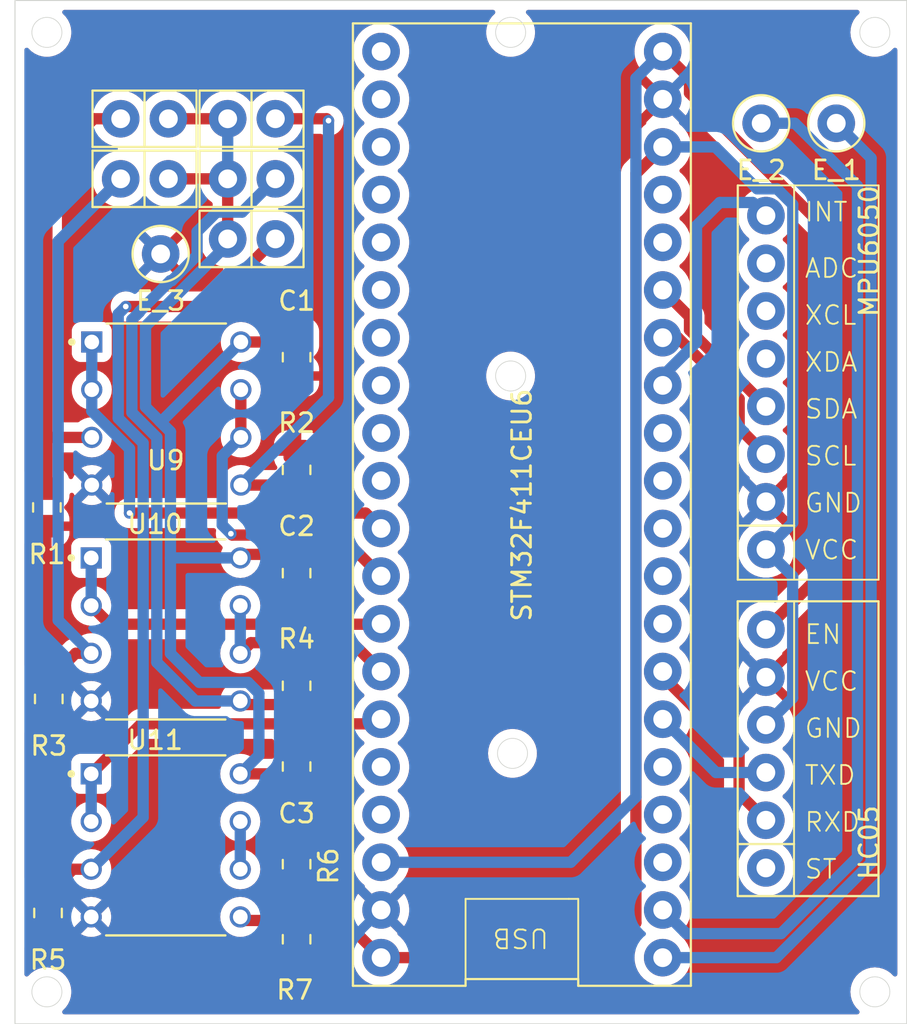
<source format=kicad_pcb>
(kicad_pcb (version 20240108) (generator "pcbnew") (generator_version "8.0")
  (layers (0 "F.Cu" signal "Front") (1 "In1.Cu" signal) (2 "In2.Cu" signal) (31 "B.Cu" signal "Back") (34 "B.Paste" user) (35 "F.Paste" user) (36 "B.SilkS" user "B.Silkscreen") (37 "F.SilkS" user "F.Silkscreen") (38 "B.Mask" user) (39 "F.Mask" user) (44 "Edge.Cuts" user))
  (net 0 "")
  (net 1 "5V")
  (net 2 "GND")
  (net 3 "ELECTRODE_1")
  (net 4 "ELECTRODE_2")
  (net 5 "FLEX1")
  (net 6 "FLEX2")
  (net 7 "FLEX3")
  (net 8 "FLEX4")
  (net 9 "FLEX5")
  (net 10 "UART_RX")
  (net 11 "3V3")
  (net 13 "UART_TX")
  (net 15 "IMU_INT")
  (net 16 "IMU_SDA")
  (net 17 "IMU_SCL")
  (net 20 "Net-(U11-2IN+)")
  (net 23 "ADC1_IN7")
  (net 29 "ADC1_IN8")
  (net 42 "ADC1_IN6")
  (net 43 "ADC1_IN5")
  (net 45 "ADC1_IN9")
  (net 48 "Net-(U11-2IN-)")
  (footprint "LM358PE3:DIP794W45P254L959H508Q8" (layer "F.Cu") (at 133.53 80)
    (property "Reference" "U11" (at -0.565 -5.607 0) (layer "F.SilkS"))
    (property "Value" "LM358PE3")
    (fp_line (start -3.175 -4.795) (end 3.175 -4.795) (stroke (width 0.127)) (layer "F.SilkS"))
    (fp_line (start -3.175 4.795) (end 3.175 4.795) (stroke (width 0.127)) (layer "F.SilkS"))
    (fp_circle (center -5.035 -3.81) (end -4.935 -3.81) (stroke (width 0.2)) (fill none) (layer "F.SilkS"))
    (pad "1" thru_hole rect (at -3.97 -3.81) (size 1.13 1.13) (drill 0.78) (layers "*.Cu" "*.Mask") (net 45 "ADC1_IN9"))
    (pad "2" thru_hole circle (at -3.97 -1.27) (size 1.13 1.13) (drill 0.78) (layers "*.Cu" "*.Mask") (net 45 "ADC1_IN9"))
    (pad "3" thru_hole circle (at -3.97 1.27) (size 1.13 1.13) (drill 0.78) (layers "*.Cu" "*.Mask") (net 9 "FLEX5"))
    (pad "4" thru_hole circle (at -3.97 3.81) (size 1.13 1.13) (drill 0.78) (layers "*.Cu" "*.Mask") (net 2 "GND"))
    (pad "5" thru_hole circle (at 3.97 3.81) (size 1.13 1.13) (drill 0.78) (layers "*.Cu" "*.Mask") (net 20 "Net-(U11-2IN+)"))
    (pad "6" thru_hole circle (at 3.97 1.27) (size 1.13 1.13) (drill 0.78) (layers "*.Cu" "*.Mask") (net 48 "Net-(U11-2IN-)"))
    (pad "7" thru_hole circle (at 3.97 -1.27) (size 1.13 1.13) (drill 0.78) (layers "*.Cu" "*.Mask") (net 48 "Net-(U11-2IN-)"))
    (pad "8" thru_hole circle (at 3.97 -3.81) (size 1.13 1.13) (drill 0.78) (layers "*.Cu" "*.Mask") (net 1 "5V"))
  )
  (footprint "TestPoint:TestPoint_Loop_D2.50mm_Drill1.0mm" (layer "F.Cu") (at 165.245 41.54)
    (property "Reference" "E_2" (at 0 2.5 0) (layer "F.SilkS"))
    (property "Value" "~")
    (fp_circle (center 0 0) (end 1.5 0) (stroke (width 0.12)) (fill none) (layer "F.SilkS"))
    (pad "1" thru_hole circle (at 0 0) (size 2 2) (drill 1) (layers "*.Cu" "*.Mask") (net 4 "ELECTRODE_2"))
  )
  (footprint "Resistor_SMD:R_0805_2012Metric_Pad1.20x1.40mm_HandSolder" (layer "F.Cu") (at 127.2 62 -90)
    (property "Reference" "R1" (at 2.5 0 180) (layer "F.SilkS"))
    (property "Value" "47k")
    (fp_line (start -0.227064 0.735) (end 0.227064 0.735) (stroke (width 0.12)) (layer "F.SilkS"))
    (fp_line (start -0.227064 -0.735) (end 0.227064 -0.735) (stroke (width 0.12)) (layer "F.SilkS"))
    (pad "1" smd roundrect (at -1 0 270) (size 1.2 1.4) (layers "F.Cu" "F.Paste" "F.Mask") (roundrect_rratio 0.208333) (net 5 "FLEX1"))
    (pad "2" smd roundrect (at 1 0 270) (size 1.2 1.4) (layers "F.Cu" "F.Paste" "F.Mask") (roundrect_rratio 0.208333) (net 2 "GND"))
  )
  (footprint "Resistor_SMD:R_0805_2012Metric_Pad1.20x1.40mm_HandSolder" (layer "F.Cu") (at 127.26 83.6 -90)
    (property "Reference" "R5" (at 2.5 0 180) (layer "F.SilkS"))
    (property "Value" "10k")
    (fp_line (start -0.227064 0.735) (end 0.227064 0.735) (stroke (width 0.12)) (layer "F.SilkS"))
    (fp_line (start -0.227064 -0.735) (end 0.227064 -0.735) (stroke (width 0.12)) (layer "F.SilkS"))
    (pad "1" smd roundrect (at -1 0 270) (size 1.2 1.4) (layers "F.Cu" "F.Paste" "F.Mask") (roundrect_rratio 0.208333) (net 9 "FLEX5"))
    (pad "2" smd roundrect (at 1 0 270) (size 1.2 1.4) (layers "F.Cu" "F.Paste" "F.Mask") (roundrect_rratio 0.208333) (net 2 "GND"))
  )
  (footprint "Resistor_SMD:R_0805_2012Metric_Pad1.20x1.40mm_HandSolder" (layer "F.Cu") (at 140.5 71.5 90)
    (property "Reference" "R4" (at 2.5 0 180) (layer "F.SilkS"))
    (property "Value" "10k")
    (fp_line (start -0.227064 -0.735) (end 0.227064 -0.735) (stroke (width 0.12)) (layer "F.SilkS"))
    (fp_line (start -0.227064 0.735) (end 0.227064 0.735) (stroke (width 0.12)) (layer "F.SilkS"))
    (pad "1" smd roundrect (at -1 0 90) (size 1.2 1.4) (layers "F.Cu" "F.Paste" "F.Mask") (roundrect_rratio 0.208333) (net 8 "FLEX4"))
    (pad "2" smd roundrect (at 1 0 90) (size 1.2 1.4) (layers "F.Cu" "F.Paste" "F.Mask") (roundrect_rratio 0.208333) (net 2 "GND"))
  )
  (footprint "Resistor_SMD:R_0805_2012Metric_Pad1.20x1.40mm_HandSolder" (layer "F.Cu") (at 140.5 65.5 -90)
    (property "Reference" "C2" (at -2.5 0 180) (layer "F.SilkS"))
    (property "Value" "C")
    (fp_line (start -0.227064 0.735) (end 0.227064 0.735) (stroke (width 0.12)) (layer "F.SilkS"))
    (fp_line (start -0.227064 -0.735) (end 0.227064 -0.735) (stroke (width 0.12)) (layer "F.SilkS"))
    (pad "1" smd roundrect (at -1 0 270) (size 1.2 1.4) (layers "F.Cu" "F.Paste" "F.Mask") (roundrect_rratio 0.208333) (net 1 "5V"))
    (pad "2" smd roundrect (at 1 0 270) (size 1.2 1.4) (layers "F.Cu" "F.Paste" "F.Mask") (roundrect_rratio 0.208333) (net 2 "GND"))
  )
  (footprint "GLove_Footprint_Library:HC-05" (layer "F.Cu") (at 165.495 74.85 90)
    (property "Reference" "HC05" (at -5 5.5 90) (layer "F.SilkS"))
    (property "Value" "~")
    (fp_line (start 7.85 -1.5) (end 7.85 6) (stroke (width 0.12)) (layer "F.SilkS"))
    (fp_line (start -5.08 -1.5) (end -5.08 1.5) (stroke (width 0.12)) (layer "F.SilkS"))
    (fp_line (start -7.85 -1.5) (end 7.85 -1.5) (stroke (width 0.12)) (layer "F.SilkS"))
    (fp_line (start -5.08 1.5) (end -7.807507 1.5) (stroke (width 0.1)) (layer "F.SilkS"))
    (fp_line (start -7.807507 1.5) (end 7.858546 1.50615) (stroke (width 0.1)) (layer "F.SilkS"))
    (fp_line (start 7.85 6) (end -7.85 6) (stroke (width 0.12)) (layer "F.SilkS"))
    (fp_line (start -7.85 6) (end -7.85 -1.5) (stroke (width 0.12)) (layer "F.SilkS"))
    (fp_text user "ST" (at -7 2 0) (layer "F.SilkS") (effects (font (thickness 0.1)) (justify left bottom)))
    (fp_text user "VCC" (at 3 2 0) (layer "F.SilkS") (effects (font (thickness 0.1)) (justify left bottom)))
    (fp_text user "RXD" (at -4.5 2 0) (layer "F.SilkS") (effects (font (thickness 0.1)) (justify left bottom)))
    (fp_text user "TXD" (at -2 2 0) (layer "F.SilkS") (effects (font (thickness 0.1)) (justify left bottom)))
    (fp_text user "GND" (at 0.5 2 0) (layer "F.SilkS") (effects (font (thickness 0.1)) (justify left bottom)))
    (fp_text user "EN" (at 5.5 2 0) (layer "F.SilkS") (effects (font (thickness 0.1)) (justify left bottom)))
    (pad "1" thru_hole circle (at -6.35 0 90) (size 2 2) (drill 1) (layers "*.Cu" "*.Mask"))
    (pad "2" thru_hole circle (at -3.81 0 90) (size 2 2) (drill 1) (layers "*.Cu" "*.Mask") (net 10 "UART_RX"))
    (pad "3" thru_hole circle (at -1.27 0 90) (size 2 2) (drill 1) (layers "*.Cu" "*.Mask") (net 13 "UART_TX"))
    (pad "4" thru_hole circle (at 1.27 0 90) (size 2 2) (drill 1) (layers "*.Cu" "*.Mask") (net 1 "5V"))
    (pad "5" thru_hole circle (at 3.81 0 90) (size 2 2) (drill 1) (layers "*.Cu" "*.Mask") (net 2 "GND"))
    (pad "6" thru_hole circle (at 6.35 0 90) (size 2 2) (drill 1) (layers "*.Cu" "*.Mask") (net 11 "3V3"))
  )
  (footprint "TestPoint:TestPoint_Loop_D2.50mm_Drill1.0mm" (layer "F.Cu") (at 133.26 48.5)
    (property "Reference" "E_3" (at 0 2.5 0) (layer "F.SilkS"))
    (property "Value" "~")
    (fp_circle (center 0 0) (end 1.5 0) (stroke (width 0.12)) (fill none) (layer "F.SilkS"))
    (pad "1" thru_hole circle (at 0 0) (size 2 2) (drill 1) (layers "*.Cu" "*.Mask") (net 2 "GND"))
  )
  (footprint "Resistor_SMD:R_0805_2012Metric_Pad1.20x1.40mm_HandSolder" (layer "F.Cu") (at 127.3 72.2 -90)
    (property "Reference" "R3" (at 2.5 0 180) (layer "F.SilkS"))
    (property "Value" "10k")
    (fp_line (start -0.227064 0.735) (end 0.227064 0.735) (stroke (width 0.12)) (layer "F.SilkS"))
    (fp_line (start -0.227064 -0.735) (end 0.227064 -0.735) (stroke (width 0.12)) (layer "F.SilkS"))
    (pad "1" smd roundrect (at -1 0 270) (size 1.2 1.4) (layers "F.Cu" "F.Paste" "F.Mask") (roundrect_rratio 0.208333) (net 7 "FLEX3"))
    (pad "2" smd roundrect (at 1 0 270) (size 1.2 1.4) (layers "F.Cu" "F.Paste" "F.Mask") (roundrect_rratio 0.208333) (net 2 "GND"))
  )
  (footprint "Resistor_SMD:R_0805_2012Metric_Pad1.20x1.40mm_HandSolder" (layer "F.Cu") (at 140.5 81 -90)
    (property "Reference" "R6" (at 0.1 -1.7 -90) (layer "F.SilkS"))
    (property "Value" "10k")
    (fp_line (start -0.227064 0.735) (end 0.227064 0.735) (stroke (width 0.12)) (layer "F.SilkS"))
    (fp_line (start -0.227064 -0.735) (end 0.227064 -0.735) (stroke (width 0.12)) (layer "F.SilkS"))
    (pad "1" smd roundrect (at -1 0 270) (size 1.2 1.4) (layers "F.Cu" "F.Paste" "F.Mask") (roundrect_rratio 0.208333) (net 1 "5V"))
    (pad "2" smd roundrect (at 1 0 270) (size 1.2 1.4) (layers "F.Cu" "F.Paste" "F.Mask") (roundrect_rratio 0.208333) (net 20 "Net-(U11-2IN+)"))
  )
  (footprint "GLove_Footprint_Library:FLEX" (layer "F.Cu") (at 132.4 44.5 180)
    (property "Reference" "FLEX3" (hide yes))
    (property "Value" "~")
    (fp_line (start 2.77 1.5) (end -2.77 1.5) (stroke (width 0.12)) (layer "F.SilkS"))
    (fp_line (start 2.77 -1.5) (end 2.77 1.5) (stroke (width 0.12)) (layer "F.SilkS"))
    (fp_line (start 0 -1.5) (end 0 1.5) (stroke (width 0.12)) (layer "F.SilkS"))
    (fp_line (start -2.77 1.5) (end -2.77 -1.5) (stroke (width 0.12)) (layer "F.SilkS"))
    (fp_line (start -2.77 -1.5) (end 2.77 -1.5) (stroke (width 0.12)) (layer "F.SilkS"))
    (pad "1" thru_hole circle (at -1.27 0 180) (size 2 2) (drill 1) (layers "*.Cu" "*.Mask") (net 1 "5V"))
    (pad "2" thru_hole circle (at 1.27 0 180) (size 2 2) (drill 1) (layers "*.Cu" "*.Mask") (net 7 "FLEX3"))
  )
  (footprint "Resistor_SMD:R_0805_2012Metric_Pad1.20x1.40mm_HandSolder" (layer "F.Cu") (at 140.5 60 90)
    (property "Reference" "R2" (at 2.5 0 0) (layer "F.SilkS"))
    (property "Value" "10k")
    (fp_line (start -0.227064 -0.735) (end 0.227064 -0.735) (stroke (width 0.12)) (layer "F.SilkS"))
    (fp_line (start -0.227064 0.735) (end 0.227064 0.735) (stroke (width 0.12)) (layer "F.SilkS"))
    (pad "1" smd roundrect (at -1 0 90) (size 1.2 1.4) (layers "F.Cu" "F.Paste" "F.Mask") (roundrect_rratio 0.208333) (net 6 "FLEX2"))
    (pad "2" smd roundrect (at 1 0 90) (size 1.2 1.4) (layers "F.Cu" "F.Paste" "F.Mask") (roundrect_rratio 0.208333) (net 2 "GND"))
  )
  (footprint "Resistor_SMD:R_0805_2012Metric_Pad1.20x1.40mm_HandSolder" (layer "F.Cu") (at 140.5 54 -90)
    (property "Reference" "C1" (at -3 0 180) (layer "F.SilkS"))
    (property "Value" "C")
    (fp_line (start -0.227064 0.735) (end 0.227064 0.735) (stroke (width 0.12)) (layer "F.SilkS"))
    (fp_line (start -0.227064 -0.735) (end 0.227064 -0.735) (stroke (width 0.12)) (layer "F.SilkS"))
    (pad "1" smd roundrect (at -1 0 270) (size 1.2 1.4) (layers "F.Cu" "F.Paste" "F.Mask") (roundrect_rratio 0.208333) (net 1 "5V"))
    (pad "2" smd roundrect (at 1 0 270) (size 1.2 1.4) (layers "F.Cu" "F.Paste" "F.Mask") (roundrect_rratio 0.208333) (net 2 "GND"))
  )
  (footprint "LM358PE3:DIP794W45P254L959H508Q8" (layer "F.Cu") (at 133.53 68.5)
    (property "Reference" "U10" (at -0.565 -5.607 0) (layer "F.SilkS"))
    (property "Value" "LM358PE3")
    (fp_line (start -3.175 -4.795) (end 3.175 -4.795) (stroke (width 0.127)) (layer "F.SilkS"))
    (fp_line (start -3.175 4.795) (end 3.175 4.795) (stroke (width 0.127)) (layer "F.SilkS"))
    (fp_circle (center -5.035 -3.81) (end -4.935 -3.81) (stroke (width 0.2)) (fill none) (layer "F.SilkS"))
    (pad "1" thru_hole rect (at -3.97 -3.81) (size 1.13 1.13) (drill 0.78) (layers "*.Cu" "*.Mask") (net 23 "ADC1_IN7"))
    (pad "2" thru_hole circle (at -3.97 -1.27) (size 1.13 1.13) (drill 0.78) (layers "*.Cu" "*.Mask") (net 23 "ADC1_IN7"))
    (pad "3" thru_hole circle (at -3.97 1.27) (size 1.13 1.13) (drill 0.78) (layers "*.Cu" "*.Mask") (net 7 "FLEX3"))
    (pad "4" thru_hole circle (at -3.97 3.81) (size 1.13 1.13) (drill 0.78) (layers "*.Cu" "*.Mask") (net 2 "GND"))
    (pad "5" thru_hole circle (at 3.97 3.81) (size 1.13 1.13) (drill 0.78) (layers "*.Cu" "*.Mask") (net 8 "FLEX4"))
    (pad "6" thru_hole circle (at 3.97 1.27) (size 1.13 1.13) (drill 0.78) (layers "*.Cu" "*.Mask") (net 29 "ADC1_IN8"))
    (pad "7" thru_hole circle (at 3.97 -1.27) (size 1.13 1.13) (drill 0.78) (layers "*.Cu" "*.Mask") (net 29 "ADC1_IN8"))
    (pad "8" thru_hole circle (at 3.97 -3.81) (size 1.13 1.13) (drill 0.78) (layers "*.Cu" "*.Mask") (net 1 "5V"))
  )
  (footprint "GLove_Footprint_Library:FLEX" (layer "F.Cu") (at 138.1 47.7)
    (property "Reference" "FLEX5" (hide yes))
    (property "Value" "~")
    (fp_line (start -2.77 -1.5) (end 2.77 -1.5) (stroke (width 0.12)) (layer "F.SilkS"))
    (fp_line (start -2.77 1.5) (end -2.77 -1.5) (stroke (width 0.12)) (layer "F.SilkS"))
    (fp_line (start 0 -1.5) (end 0 1.5) (stroke (width 0.12)) (layer "F.SilkS"))
    (fp_line (start 2.77 -1.5) (end 2.77 1.5) (stroke (width 0.12)) (layer "F.SilkS"))
    (fp_line (start 2.77 1.5) (end -2.77 1.5) (stroke (width 0.12)) (layer "F.SilkS"))
    (pad "1" thru_hole circle (at -1.27 0) (size 2 2) (drill 1) (layers "*.Cu" "*.Mask") (net 1 "5V"))
    (pad "2" thru_hole circle (at 1.27 0) (size 2 2) (drill 1) (layers "*.Cu" "*.Mask") (net 9 "FLEX5"))
  )
  (footprint "GLove_Footprint_Library:FLEX" (layer "F.Cu") (at 132.4 41.3 180)
    (property "Reference" "." (hide yes))
    (property "Value" "~")
    (fp_line (start 2.77 1.5) (end -2.77 1.5) (stroke (width 0.12)) (layer "F.SilkS"))
    (fp_line (start 2.77 -1.5) (end 2.77 1.5) (stroke (width 0.12)) (layer "F.SilkS"))
    (fp_line (start 0 -1.5) (end 0 1.5) (stroke (width 0.12)) (layer "F.SilkS"))
    (fp_line (start -2.77 1.5) (end -2.77 -1.5) (stroke (width 0.12)) (layer "F.SilkS"))
    (fp_line (start -2.77 -1.5) (end 2.77 -1.5) (stroke (width 0.12)) (layer "F.SilkS"))
    (pad "1" thru_hole circle (at -1.27 0 180) (size 2 2) (drill 1) (layers "*.Cu" "*.Mask") (net 1 "5V"))
    (pad "2" thru_hole circle (at 1.27 0 180) (size 2 2) (drill 1) (layers "*.Cu" "*.Mask") (net 5 "FLEX1"))
  )
  (footprint "GLove_Footprint_Library:FLEX" (layer "F.Cu") (at 138.1 41.3)
    (property "Reference" "FLEX2" (hide yes))
    (property "Value" "~")
    (fp_line (start -2.77 -1.5) (end 2.77 -1.5) (stroke (width 0.12)) (layer "F.SilkS"))
    (fp_line (start -2.77 1.5) (end -2.77 -1.5) (stroke (width 0.12)) (layer "F.SilkS"))
    (fp_line (start 0 -1.5) (end 0 1.5) (stroke (width 0.12)) (layer "F.SilkS"))
    (fp_line (start 2.77 -1.5) (end 2.77 1.5) (stroke (width 0.12)) (layer "F.SilkS"))
    (fp_line (start 2.77 1.5) (end -2.77 1.5) (stroke (width 0.12)) (layer "F.SilkS"))
    (pad "1" thru_hole circle (at -1.27 0) (size 2 2) (drill 1) (layers "*.Cu" "*.Mask") (net 1 "5V"))
    (pad "2" thru_hole circle (at 1.27 0) (size 2 2) (drill 1) (layers "*.Cu" "*.Mask") (net 6 "FLEX2"))
  )
  (footprint "GLove_Footprint_Library:STM32F411CEU6" (layer "F.Cu") (at 152.5 61.85 90)
    (property "Reference" "STM32F411CEU6" (at -0.025 0 90) (layer "F.SilkS"))
    (property "Value" "~")
    (fp_line (start -25.63 -9) (end -25.63 -3) (stroke (width 0.12)) (layer "F.SilkS"))
    (fp_line (start 25.63 -8.999999) (end -25.63 -9) (stroke (width 0.12)) (layer "F.SilkS"))
    (fp_line (start -21 -3) (end -21 2.5) (stroke (width 0.1)) (layer "F.SilkS"))
    (fp_line (start -25.27 -3) (end -21 -3) (stroke (width 0.1)) (layer "F.SilkS"))
    (fp_line (start -25.27 -3) (end -25.27 2.999999) (stroke (width 0.12)) (layer "F.SilkS"))
    (fp_line (start -25.63 -3) (end -25.27 -3) (stroke (width 0.12)) (layer "F.SilkS"))
    (fp_line (start -25.27 2.999999) (end -25.63 2.999999) (stroke (width 0.12)) (layer "F.SilkS"))
    (fp_line (start -25.27 2.999999) (end -21 3) (stroke (width 0.1)) (layer "F.SilkS"))
    (fp_line (start -25.63 2.999999) (end -25.63 8.999999) (stroke (width 0.12)) (layer "F.SilkS"))
    (fp_line (start -21 3) (end -21 2.5) (stroke (width 0.1)) (layer "F.SilkS"))
    (fp_line (start -25.63 8.999999) (end 25.63 9) (stroke (width 0.12)) (layer "F.SilkS"))
    (fp_line (start 25.63 9) (end 25.63 -8.999999) (stroke (width 0.12)) (layer "F.SilkS"))
    (fp_text user "USB" (at -22.5 1.5 180) (layer "F.SilkS") (effects (font (thickness 0.1)) (justify left bottom)))
    (pad "1" thru_hole circle (at -24.13 7.5 90) (size 2 2) (drill 1) (layers "*.Cu" "*.Mask") (net 3 "ELECTRODE_1"))
    (pad "2" thru_hole circle (at -21.59 7.5 90) (size 2 2) (drill 1) (layers "*.Cu" "*.Mask") (net 4 "ELECTRODE_2"))
    (pad "3" thru_hole circle (at -19.05 7.5 90) (size 2 2) (drill 1) (layers "*.Cu" "*.Mask"))
    (pad "4" thru_hole circle (at -16.51 7.5 90) (size 2 2) (drill 1) (layers "*.Cu" "*.Mask"))
    (pad "5" thru_hole circle (at -13.97 7.5 90) (size 2 2) (drill 1) (layers "*.Cu" "*.Mask"))
    (pad "6" thru_hole circle (at -11.43 7.5 90) (size 2 2) (drill 1) (layers "*.Cu" "*.Mask") (net 13 "UART_TX"))
    (pad "7" thru_hole circle (at -8.89 7.5 90) (size 2 2) (drill 1) (layers "*.Cu" "*.Mask") (net 10 "UART_RX"))
    (pad "8" thru_hole circle (at -6.35 7.5 90) (size 2 2) (drill 1) (layers "*.Cu" "*.Mask"))
    (pad "9" thru_hole circle (at -3.81 7.5 90) (size 2 2) (drill 1) (layers "*.Cu" "*.Mask"))
    (pad "10" thru_hole circle (at -1.27 7.5 90) (size 2 2) (drill 1) (layers "*.Cu" "*.Mask"))
    (pad "11" thru_hole circle (at 1.27 7.5 90) (size 2 2) (drill 1) (layers "*.Cu" "*.Mask"))
    (pad "12" thru_hole circle (at 3.81 7.5 90) (size 2 2) (drill 1) (layers "*.Cu" "*.Mask"))
    (pad "13" thru_hole circle (at 6.35 7.5 90) (size 2 2) (drill 1) (layers "*.Cu" "*.Mask") (net 15 "IMU_INT"))
    (pad "14" thru_hole circle (at 8.89 7.5 90) (size 2 2) (drill 1) (layers "*.Cu" "*.Mask") (net 17 "IMU_SCL"))
    (pad "15" thru_hole circle (at 11.43 7.5 90) (size 2 2) (drill 1) (layers "*.Cu" "*.Mask") (net 16 "IMU_SDA"))
    (pad "16" thru_hole circle (at 13.97 7.5 90) (size 2 2) (drill 1) (layers "*.Cu" "*.Mask"))
    (pad "17" thru_hole circle (at 16.51 7.5 90) (size 2 2) (drill 1) (layers "*.Cu" "*.Mask"))
    (pad "18" thru_hole circle (at 19.05 7.5 90) (size 2 2) (drill 1) (layers "*.Cu" "*.Mask") (net 1 "5V"))
    (pad "19" thru_hole circle (at 21.59 7.5 90) (size 2 2) (drill 1) (layers "*.Cu" "*.Mask") (net 2 "GND"))
    (pad "20" thru_hole circle (at 24.13 7.5 90) (size 2 2) (drill 1) (layers "*.Cu" "*.Mask") (net 11 "3V3"))
    (pad "21" thru_hole circle (at 24.13 -7.5 90) (size 2 2) (drill 1) (layers "*.Cu" "*.Mask"))
    (pad "22" thru_hole circle (at 21.59 -7.5 90) (size 2 2) (drill 1) (layers "*.Cu" "*.Mask"))
    (pad "23" thru_hole circle (at 19.05 -7.5 90) (size 2 2) (drill 1) (layers "*.Cu" "*.Mask"))
    (pad "24" thru_hole circle (at 16.51 -7.5 90) (size 2 2) (drill 1) (layers "*.Cu" "*.Mask"))
    (pad "25" thru_hole circle (at 13.97 -7.5 90) (size 2 2) (drill 1) (layers "*.Cu" "*.Mask"))
    (pad "26" thru_hole circle (at 11.43 -7.5 90) (size 2 2) (drill 1) (layers "*.Cu" "*.Mask"))
    (pad "27" thru_hole circle (at 8.89 -7.5 90) (size 2 2) (drill 1) (layers "*.Cu" "*.Mask"))
    (pad "28" thru_hole circle (at 6.35 -7.5 90) (size 2 2) (drill 1) (layers "*.Cu" "*.Mask"))
    (pad "29" thru_hole circle (at 3.81 -7.5 90) (size 2 2) (drill 1) (layers "*.Cu" "*.Mask"))
    (pad "30" thru_hole circle (at 1.27 -7.5 90) (size 2 2) (drill 1) (layers "*.Cu" "*.Mask"))
    (pad "31" thru_hole circle (at -1.27 -7.5 90) (size 2 2) (drill 1) (layers "*.Cu" "*.Mask") (net 43 "ADC1_IN5"))
    (pad "32" thru_hole circle (at -3.81 -7.5 90) (size 2 2) (drill 1) (layers "*.Cu" "*.Mask") (net 42 "ADC1_IN6"))
    (pad "33" thru_hole circle (at -6.35 -7.5 90) (size 2 2) (drill 1) (layers "*.Cu" "*.Mask") (net 23 "ADC1_IN7"))
    (pad "34" thru_hole circle (at -8.89 -7.5 90) (size 2 2) (drill 1) (layers "*.Cu" "*.Mask") (net 29 "ADC1_IN8"))
    (pad "35" thru_hole circle (at -11.43 -7.5 90) (size 2 2) (drill 1) (layers "*.Cu" "*.Mask") (net 45 "ADC1_IN9"))
    (pad "36" thru_hole circle (at -13.97 -7.5 90) (size 2 2) (drill 1) (layers "*.Cu" "*.Mask"))
    (pad "37" thru_hole circle (at -16.51 -7.5 90) (size 2 2) (drill 1) (layers "*.Cu" "*.Mask"))
    (pad "38" thru_hole circle (at -19.05 -7.5 90) (size 2 2) (drill 1) (layers "*.Cu" "*.Mask") (net 11 "3V3"))
    (pad "39" thru_hole circle (at -21.59 -7.5 90) (size 2 2) (drill 1) (layers "*.Cu" "*.Mask") (net 2 "GND"))
    (pad "40" thru_hole circle (at -24.13 -7.5 90) (size 2 2) (drill 1) (layers "*.Cu" "*.Mask") (net 1 "5V"))
  )
  (footprint "GLove_Footprint_Library:MPU6050" (layer "F.Cu") (at 165.5 55.35 90)
    (property "Reference" "MPU6050" (at 7 5.5 90) (layer "F.SilkS"))
    (property "Value" "~")
    (fp_line (start -7.62 -1.5) (end -7.62 1.5) (stroke (width 0.12)) (layer "F.SilkS"))
    (fp_line (start -10.5 -1.5) (end 10.5 -1.5) (stroke (width 0.12)) (layer "F.SilkS"))
    (fp_line (start -10.5 -1.5) (end -10.5 1.5) (stroke (width 0.1)) (layer "F.SilkS"))
    (fp_line (start -7.62 1.5) (end 10.5 1.5) (stroke (width 0.1)) (layer "F.SilkS"))
    (fp_line (start -10.5 1.5) (end -7.62 1.5) (stroke (width 0.1)) (layer "F.SilkS"))
    (fp_line (start -10.5 1.5) (end -10.5 5.5) (stroke (width 0.1)) (layer "F.SilkS"))
    (fp_line (start -10.5 5.5) (end -10.5 6) (stroke (width 0.1)) (layer "F.SilkS"))
    (fp_line (start 10.5 6) (end 10.5 -1.5) (stroke (width 0.1)) (layer "F.SilkS"))
    (fp_line (start -10.5 6) (end 10.5 6) (stroke (width 0.1)) (layer "F.SilkS"))
    (fp_text user "XCL" (at 3 2 0) (layer "F.SilkS") (effects (font (thickness 0.1)) (justify left bottom)))
    (fp_text user "ADC" (at 5.5 2 0) (layer "F.SilkS") (effects (font (thickness 0.1)) (justify left bottom)))
    (fp_text user "SDA" (at -2 2 0) (layer "F.SilkS") (effects (font (thickness 0.1)) (justify left bottom)))
    (fp_text user "SCL" (at -4.5 2 0) (layer "F.SilkS") (effects (font (thickness 0.1)) (justify left bottom)))
    (fp_text user "GND" (at -7 2 0) (layer "F.SilkS") (effects (font (thickness 0.1)) (justify left bottom)))
    (fp_text user "VCC" (at -9.5 2 0) (layer "F.SilkS") (effects (font (thickness 0.1)) (justify left bottom)))
    (fp_text user "INT" (at 8.5 2 0) (layer "F.SilkS") (effects (font (thickness 0.1)) (justify left bottom)))
    (fp_text user "XDA" (at 0.5 2 0) (layer "F.SilkS") (effects (font (thickness 0.1)) (justify left bottom)))
    (pad "1" thru_hole circle (at -8.89 0 90) (size 2 2) (drill 1) (layers "*.Cu" "*.Mask") (net 1 "5V"))
    (pad "2" thru_hole circle (at -6.35 0 90) (size 2 2) (drill 1) (layers "*.Cu" "*.Mask") (net 2 "GND"))
    (pad "3" thru_hole circle (at -3.81 0 90) (size 2 2) (drill 1) (layers "*.Cu" "*.Mask") (net 17 "IMU_SCL"))
    (pad "4" thru_hole circle (at -1.27 0 90) (size 2 2) (drill 1) (layers "*.Cu" "*.Mask") (net 16 "IMU_SDA"))
    (pad "5" thru_hole circle (at 1.27 0 90) (size 2 2) (drill 1) (layers "*.Cu" "*.Mask"))
    (pad "6" thru_hole circle (at 3.81 0 90) (size 2 2) (drill 1) (layers "*.Cu" "*.Mask"))
    (pad "7" thru_hole circle (at 6.35 0 90) (size 2 2) (drill 1) (layers "*.Cu" "*.Mask"))
    (pad "8" thru_hole circle (at 8.89 0 90) (size 2 2) (drill 1) (layers "*.Cu" "*.Mask") (net 15 "IMU_INT"))
  )
  (footprint "TestPoint:TestPoint_Loop_D2.50mm_Drill1.0mm" (layer "F.Cu") (at 169.245 41.54)
    (property "Reference" "E_1" (at 0 2.5 0) (layer "F.SilkS"))
    (property "Value" "~")
    (fp_circle (center 0 0) (end 1.5 0) (stroke (width 0.12)) (fill none) (layer "F.SilkS"))
    (pad "1" thru_hole circle (at 0 0) (size 2 2) (drill 1) (layers "*.Cu" "*.Mask") (net 3 "ELECTRODE_1"))
  )
  (footprint "GLove_Footprint_Library:FLEX" (layer "F.Cu") (at 138.1 44.5)
    (property "Reference" "FLEX4" (hide yes))
    (property "Value" "~")
    (fp_line (start -2.77 -1.5) (end 2.77 -1.5) (stroke (width 0.12)) (layer "F.SilkS"))
    (fp_line (start -2.77 1.5) (end -2.77 -1.5) (stroke (width 0.12)) (layer "F.SilkS"))
    (fp_line (start 0 -1.5) (end 0 1.5) (stroke (width 0.12)) (layer "F.SilkS"))
    (fp_line (start 2.77 -1.5) (end 2.77 1.5) (stroke (width 0.12)) (layer "F.SilkS"))
    (fp_line (start 2.77 1.5) (end -2.77 1.5) (stroke (width 0.12)) (layer "F.SilkS"))
    (pad "1" thru_hole circle (at -1.27 0) (size 2 2) (drill 1) (layers "*.Cu" "*.Mask") (net 1 "5V"))
    (pad "2" thru_hole circle (at 1.27 0) (size 2 2) (drill 1) (layers "*.Cu" "*.Mask") (net 8 "FLEX4"))
  )
  (footprint "Resistor_SMD:R_0805_2012Metric_Pad1.20x1.40mm_HandSolder" (layer "F.Cu") (at 140.5 75.8 90)
    (property "Reference" "C3" (at -2.5 0 0) (layer "F.SilkS"))
    (property "Value" "C")
    (fp_line (start -0.227064 -0.735) (end 0.227064 -0.735) (stroke (width 0.12)) (layer "F.SilkS"))
    (fp_line (start -0.227064 0.735) (end 0.227064 0.735) (stroke (width 0.12)) (layer "F.SilkS"))
    (pad "1" smd roundrect (at -1 0 90) (size 1.2 1.4) (layers "F.Cu" "F.Paste" "F.Mask") (roundrect_rratio 0.208333) (net 1 "5V"))
    (pad "2" smd roundrect (at 1 0 90) (size 1.2 1.4) (layers "F.Cu" "F.Paste" "F.Mask") (roundrect_rratio 0.208333) (net 2 "GND"))
  )
  (footprint "LM358PE3:DIP794W45P254L959H508Q8" (layer "F.Cu") (at 133.56 57)
    (property "Reference" "U9" (at -0.03 2.5 180) (layer "F.SilkS"))
    (property "Value" "LM358PE3")
    (fp_line (start -3.175 -4.795) (end 3.175 -4.795) (stroke (width 0.127)) (layer "F.SilkS"))
    (fp_line (start -3.175 4.795) (end 3.175 4.795) (stroke (width 0.127)) (layer "F.SilkS"))
    (fp_circle (center -5.035 -3.81) (end -4.935 -3.81) (stroke (width 0.2)) (fill none) (layer "F.SilkS"))
    (pad "1" thru_hole rect (at -3.97 -3.81) (size 1.13 1.13) (drill 0.78) (layers "*.Cu" "*.Mask") (net 43 "ADC1_IN5"))
    (pad "2" thru_hole circle (at -3.97 -1.27) (size 1.13 1.13) (drill 0.78) (layers "*.Cu" "*.Mask") (net 43 "ADC1_IN5"))
    (pad "3" thru_hole circle (at -3.97 1.27) (size 1.13 1.13) (drill 0.78) (layers "*.Cu" "*.Mask") (net 5 "FLEX1"))
    (pad "4" thru_hole circle (at -3.97 3.81) (size 1.13 1.13) (drill 0.78) (layers "*.Cu" "*.Mask") (net 2 "GND"))
    (pad "5" thru_hole circle (at 3.97 3.81) (size 1.13 1.13) (drill 0.78) (layers "*.Cu" "*.Mask") (net 6 "FLEX2"))
    (pad "6" thru_hole circle (at 3.97 1.27) (size 1.13 1.13) (drill 0.78) (layers "*.Cu" "*.Mask") (net 42 "ADC1_IN6"))
    (pad "7" thru_hole circle (at 3.97 -1.27) (size 1.13 1.13) (drill 0.78) (layers "*.Cu" "*.Mask") (net 42 "ADC1_IN6"))
    (pad "8" thru_hole circle (at 3.97 -3.81) (size 1.13 1.13) (drill 0.78) (layers "*.Cu" "*.Mask") (net 1 "5V"))
  )
  (footprint "Resistor_SMD:R_0805_2012Metric_Pad1.20x1.40mm_HandSolder" (layer "F.Cu") (at 140.5 85 -90)
    (property "Reference" "R7" (at 2.7 0.1 0) (layer "F.SilkS"))
    (property "Value" "10k")
    (fp_line (start -0.227064 0.735) (end 0.227064 0.735) (stroke (width 0.12)) (layer "F.SilkS"))
    (fp_line (start -0.227064 -0.735) (end 0.227064 -0.735) (stroke (width 0.12)) (layer "F.SilkS"))
    (pad "1" smd roundrect (at -1 0 270) (size 1.2 1.4) (layers "F.Cu" "F.Paste" "F.Mask") (roundrect_rratio 0.208333) (net 20 "Net-(U11-2IN+)"))
    (pad "2" smd roundrect (at 1 0 270) (size 1.2 1.4) (layers "F.Cu" "F.Paste" "F.Mask") (roundrect_rratio 0.208333) (net 2 "GND"))
  )
  (gr_circle (center 171.3 36.7) (end 172.1 36.7) (stroke (width 0.0381)) (fill none) (layer "Edge.Cuts"))
  (gr_circle (center 127.2 36.7) (end 128 36.7) (stroke (width 0.0381)) (fill none) (layer "Edge.Cuts"))
  (gr_rect (start 125.5 35) (end 173 89.5) (stroke (width 0.05)) (fill none) (layer "Edge.Cuts"))
  (gr_circle (center 151.9 55) (end 152.7 55) (stroke (width 0.0381)) (fill none) (layer "Edge.Cuts"))
  (gr_circle (center 152 75.1) (end 152.8 75.1) (stroke (width 0.0381)) (fill none) (layer "Edge.Cuts"))
  (gr_circle (center 151.9 36.7) (end 152.7 36.7) (stroke (width 0.0381)) (fill none) (layer "Edge.Cuts"))
  (gr_circle (center 127.2 87.8) (end 128 87.8) (stroke (width 0.0381)) (fill none) (layer "Edge.Cuts"))
  (gr_circle (center 171.3 87.8) (end 172.1 87.8) (stroke (width 0.0381)) (fill none) (layer "Edge.Cuts"))
  (segment (start 139.89 76.19) (end 140.5 76.8) (width 0.6) (layer "F.Cu") (net 1))
  (segment (start 158.573 44.227) (end 160 42.8) (width 0.6) (layer "F.Cu") (net 1))
  (segment (start 137.69 76) (end 137.5 76.19) (width 0.6) (layer "F.Cu") (net 1))
  (segment (start 140.5 64.5) (end 137.69 64.5) (width 0.6) (layer "F.Cu") (net 1))
  (segment (start 133.76 41.5) (end 133.76 41.96) (width 0.6) (layer "F.Cu") (net 1))
  (segment (start 158.573 84.127) (end 158.573 44.227) (width 0.6) (layer "F.Cu") (net 1))
  (segment (start 137.53 53.19) (end 140.31 53.19) (width 0.6) (layer "F.Cu") (net 1))
  (segment (start 137.69 64.5) (end 137.5 64.69) (width 0.6) (layer "F.Cu") (net 1))
  (segment (start 136.83 44.5) (end 136.83 47.7) (width 0.6) (layer "F.Cu") (net 1))
  (segment (start 142.5 82) (end 142.5 83.48) (width 0.6) (layer "F.Cu") (net 1))
  (segment (start 137.5 76.19) (end 139.89 76.19) (width 0.6) (layer "F.Cu") (net 1))
  (segment (start 140.5 80) (end 140.5 76.8) (width 0.6) (layer "F.Cu") (net 1))
  (segment (start 156.72 85.98) (end 158.573 84.127) (width 0.6) (layer "F.Cu") (net 1))
  (segment (start 133.67 44.5) (end 136.83 44.5) (width 0.6) (layer "F.Cu") (net 1))
  (segment (start 140.5 80) (end 142.5 82) (width 0.6) (layer "F.Cu") (net 1))
  (segment (start 140.31 53.19) (end 140.5 53) (width 0.6) (layer "F.Cu") (net 1))
  (segment (start 133.67 41.3) (end 136.83 41.3) (width 0.6) (layer "F.Cu") (net 1))
  (segment (start 142.5 83.48) (end 145 85.98) (width 0.6) (layer "F.Cu") (net 1))
  (segment (start 145 85.98) (end 156.72 85.98) (width 0.6) (layer "F.Cu") (net 1))
  (segment (start 133.781 57.973698) (end 133.707302 57.9) (width 0.6) (layer "B.Cu") (net 1))
  (segment (start 137.5 76.19) (end 138.492 75.198) (width 0.6) (layer "B.Cu") (net 1))
  (segment (start 132.454 52.352217) (end 132.454 56.646698) (width 0.6) (layer "B.Cu") (net 1))
  (segment (start 166.927 45.868917) (end 166.091083 45.033) (width 0.6) (layer "B.Cu") (net 1))
  (segment (start 136.83 47.976217) (end 132.454 52.352217) (width 0.6) (layer "B.Cu") (net 1))
  (segment (start 166.091083 45.033) (end 165.033 45.033) (width 0.6) (layer "B.Cu") (net 1))
  (segment (start 138.492 75.198) (end 138.492 71.8991) (width 0.6) (layer "B.Cu") (net 1))
  (segment (start 137.5 64.69) (end 133.791 64.69) (width 0.6) (layer "B.Cu") (net 1))
  (segment (start 133.203651 57.396349) (end 133.323651 57.396349) (width 0.6) (layer "B.Cu") (net 1))
  (segment (start 136.83 47.7) (end 136.83 47.976217) (width 0.6) (layer "B.Cu") (net 1))
  (segment (start 162.8 42.8) (end 160 42.8) (width 0.6) (layer "B.Cu") (net 1))
  (segment (start 166.927 62.813) (end 166.927 45.868917) (width 0.6) (layer "B.Cu") (net 1))
  (segment (start 166.922 72.153) (end 165.495 73.58) (width 0.6) (layer "B.Cu") (net 1))
  (segment (start 133.781 69.781) (end 133.781 64.7) (width 0.6) (layer "B.Cu") (net 1))
  (segment (start 133.791 64.69) (end 133.781 64.7) (width 0.6) (layer "B.Cu") (net 1))
  (segment (start 138.492 71.8991) (end 137.9109 71.318) (width 0.6) (layer "B.Cu") (net 1))
  (segment (start 135.318 71.318) (end 133.781 69.781) (width 0.6) (layer "B.Cu") (net 1))
  (segment (start 133.323651 57.396349) (end 137.53 53.19) (width 0.6) (layer "B.Cu") (net 1))
  (segment (start 133.781 57.973698) (end 133.203651 57.396349) (width 0.6) (layer "B.Cu") (net 1))
  (segment (start 132.454 56.646698) (end 133.707302 57.9) (width 0.6) (layer "B.Cu") (net 1))
  (segment (start 136.83 41.3) (end 136.83 44.5) (width 0.6) (layer "B.Cu") (net 1))
  (segment (start 165.5 64.24) (end 166.927 62.813) (width 0.6) (layer "B.Cu") (net 1))
  (segment (start 165.5 64.24) (end 166.922 65.662) (width 0.6) (layer "B.Cu") (net 1))
  (segment (start 166.922 65.662) (end 166.922 72.153) (width 0.6) (layer "B.Cu") (net 1))
  (segment (start 165.033 45.033) (end 162.8 42.8) (width 0.6) (layer "B.Cu") (net 1))
  (segment (start 137.9109 71.318) (end 135.318 71.318) (width 0.6) (layer "B.Cu") (net 1))
  (segment (start 133.781 64.7) (end 133.781 57.973698) (width 0.6) (layer "B.Cu") (net 1))
  (segment (start 166.048134 85.98) (end 160 85.98) (width 0.6) (layer "B.Cu") (net 3))
  (segment (start 169.245 41.54) (end 171.1 43.395) (width 0.6) (layer "B.Cu") (net 3))
  (segment (start 171.1 80.928134) (end 166.048134 85.98) (width 0.6) (layer "B.Cu") (net 3))
  (segment (start 171.1 43.395) (end 171.1 80.928134) (width 0.6) (layer "B.Cu") (net 3))
  (segment (start 170.373 44.873) (end 170.373 80.627) (width 0.6) (layer "B.Cu") (net 4))
  (segment (start 167.04 41.54) (end 170.373 44.873) (width 0.6) (layer "B.Cu") (net 4))
  (segment (start 161.26 84.7) (end 160 83.44) (width 0.6) (layer "B.Cu") (net 4))
  (segment (start 165.245 41.54) (end 167.04 41.54) (width 0.6) (layer "B.Cu") (net 4))
  (segment (start 170.373 80.627) (end 166.3 84.7) (width 0.6) (layer "B.Cu") (net 4))
  (segment (start 166.3 84.7) (end 161.26 84.7) (width 0.6) (layer "B.Cu") (net 4))
  (segment (start 127.2 58.2) (end 127.2 43.8) (width 0.6) (layer "F.Cu") (net 5))
  (segment (start 127.2 43.8) (end 129.7 41.3) (width 0.6) (layer "F.Cu") (net 5))
  (segment (start 129.59 58.27) (end 127.27 58.27) (width 0.6) (layer "F.Cu") (net 5))
  (segment (start 129.7 41.3) (end 131.13 41.3) (width 0.6) (layer "F.Cu") (net 5))
  (segment (start 127.2 58.2) (end 127.2 61) (width 0.6) (layer "F.Cu") (net 5))
  (segment (start 127.27 58.27) (end 127.2 58.2) (width 0.6) (layer "F.Cu") (net 5))
  (segment (start 140.31 60.81) (end 140.5 61) (width 0.6) (layer "F.Cu") (net 6))
  (segment (start 139.37 41.3) (end 142.1 41.3) (width 0.6) (layer "F.Cu") (net 6))
  (segment (start 137.53 60.81) (end 140.31 60.81) (width 0.6) (layer "F.Cu") (net 6))
  (segment (start 142.1 41.3) (end 142.2 41.4) (width 0.6) (layer "F.Cu") (net 6))
  (via (at 142.2 41.4) (size 0.6) (drill 0.3) (layers "F.Cu" "B.Cu") (net 6))
  (segment (start 137.53 60.81) (end 142.2 56.14) (width 0.6) (layer "B.Cu") (net 6))
  (segment (start 142.2 41.4) (end 142.2 56.14) (width 0.6) (layer "B.Cu") (net 6))
  (segment (start 128.73 69.77) (end 127.3 71.2) (width 0.6) (layer "F.Cu") (net 7))
  (segment (start 129.56 69.77) (end 128.73 69.77) (width 0.6) (layer "F.Cu") (net 7))
  (segment (start 129.56 69.77) (end 127.8 68.01) (width 0.6) (layer "B.Cu") (net 7))
  (segment (start 127.8 47.83) (end 131.13 44.5) (width 0.6) (layer "B.Cu") (net 7))
  (segment (start 127.8 68.01) (end 127.8 47.83) (width 0.6) (layer "B.Cu") (net 7))
  (segment (start 140.5 72.5) (end 137.69 72.5) (width 0.6) (layer "F.Cu") (net 8))
  (segment (start 137.69 72.5) (end 137.5 72.31) (width 0.6) (layer "F.Cu") (net 8))
  (segment (start 132.127 51.601134) (end 131.727 52.001134) (width 0.6) (layer "B.Cu") (net 8))
  (segment (start 137.597 46.273) (end 136.238917 46.273) (width 0.6) (layer "B.Cu") (net 8))
  (segment (start 136.238917 46.273) (end 135.2 47.311917) (width 0.6) (layer "B.Cu") (net 8))
  (segment (start 131.727 56.947832) (end 133.054 58.274832) (width 0.6) (layer "B.Cu") (net 8))
  (segment (start 133.773 49.927) (end 132.127 51.573) (width 0.6) (layer "B.Cu") (net 8))
  (segment (start 133.851083 49.927) (end 133.773 49.927) (width 0.6) (layer "B.Cu") (net 8))
  (segment (start 132.127 51.573) (end 132.127 51.601134) (width 0.6) (layer "B.Cu") (net 8))
  (segment (start 131.727 52.001134) (end 131.727 56.947832) (width 0.6) (layer "B.Cu") (net 8))
  (segment (start 133.054 70.254) (end 135.11 72.31) (width 0.6) (layer "B.Cu") (net 8))
  (segment (start 139.37 44.5) (end 137.597 46.273) (width 0.6) (layer "B.Cu") (net 8))
  (segment (start 135.2 47.311917) (end 135.2 48.578083) (width 0.6) (layer "B.Cu") (net 8))
  (segment (start 133.054 58.274832) (end 133.054 70.254) (width 0.6) (layer "B.Cu") (net 8))
  (segment (start 135.2 48.578083) (end 133.851083 49.927) (width 0.6) (layer "B.Cu") (net 8))
  (segment (start 135.11 72.31) (end 137.5 72.31) (width 0.6) (layer "B.Cu") (net 8))
  (segment (start 139.37 47.7) (end 135.77 51.3) (width 0.6) (layer "F.Cu") (net 9))
  (segment (start 135.77 51.3) (end 131.4 51.3) (width 0.6) (layer "F.Cu") (net 9))
  (segment (start 129.56 81.27) (end 128.59 81.27) (width 0.6) (layer "F.Cu") (net 9))
  (segment (start 128.59 81.27) (end 127.26 82.6) (width 0.6) (layer "F.Cu") (net 9))
  (via (at 131.4 51.3) (size 0.6) (drill 0.3) (layers "F.Cu" "B.Cu") (net 9))
  (segment (start 131 51.7) (end 131 57.248966) (width 0.6) (layer "B.Cu") (net 9))
  (segment (start 131.4 51.3) (end 131 51.7) (width 0.6) (layer "B.Cu") (net 9))
  (segment (start 131 57.248966) (end 132.327 58.575966) (width 0.6) (layer "B.Cu") (net 9))
  (segment (start 132.327 78.503) (end 129.56 81.27) (width 0.6) (layer "B.Cu") (net 9))
  (segment (start 132.327 58.575966) (end 132.327 78.503) (width 0.6) (layer "B.Cu") (net 9))
  (segment (start 164.068 77.233) (end 165.495 78.66) (width 0.6) (layer "F.Cu") (net 10))
  (segment (start 160 70.74) (end 160 71) (width 0.6) (layer "F.Cu") (net 10))
  (segment (start 160 71) (end 164.068 75.068) (width 0.6) (layer "F.Cu") (net 10))
  (segment (start 164.068 75.068) (end 164.068 77.233) (width 0.6) (layer "F.Cu") (net 10))
  (segment (start 168.613083 47.113083) (end 161.427 39.927) (width 0.6) (layer "F.Cu") (net 11))
  (segment (start 165.495 68.5) (end 168.613083 65.381917) (width 0.6) (layer "F.Cu") (net 11))
  (segment (start 161.427 39.147) (end 160 37.72) (width 0.6) (layer "F.Cu") (net 11))
  (segment (start 161.427 39.927) (end 161.427 39.147) (width 0.6) (layer "F.Cu") (net 11))
  (segment (start 168.613083 65.381917) (end 168.613083 47.113083) (width 0.6) (layer "F.Cu") (net 11))
  (segment (start 158.573 77.427) (end 158.573 39.147) (width 0.6) (layer "B.Cu") (net 11))
  (segment (start 158.573 39.147) (end 160 37.72) (width 0.6) (layer "B.Cu") (net 11))
  (segment (start 145 80.9) (end 155.1 80.9) (width 0.6) (layer "B.Cu") (net 11))
  (segment (start 155.1 80.9) (end 158.573 77.427) (width 0.6) (layer "B.Cu") (net 11))
  (segment (start 160 73.28) (end 162.84 76.12) (width 0.6) (layer "B.Cu") (net 13))
  (segment (start 162.84 76.12) (end 165.495 76.12) (width 0.6) (layer "B.Cu") (net 13))
  (segment (start 161.8 47) (end 163.04 45.76) (width 0.6) (layer "B.Cu") (net 15))
  (segment (start 164.8 45.76) (end 165.5 46.46) (width 0.6) (layer "B.Cu") (net 15))
  (segment (start 161.8 53.2) (end 161.8 47) (width 0.6) (layer "B.Cu") (net 15))
  (segment (start 160 55.5) (end 160 55) (width 0.6) (layer "B.Cu") (net 15))
  (segment (start 160 55) (end 161.8 53.2) (width 0.6) (layer "B.Cu") (net 15))
  (segment (start 163.04 45.76) (end 164.8 45.76) (width 0.6) (layer "B.Cu") (net 15))
  (segment (start 160 50.42) (end 161.427 51.847) (width 0.6) (layer "F.Cu") (net 16))
  (segment (start 161.427 51.847) (end 161.427 52.547) (width 0.6) (layer "F.Cu") (net 16))
  (segment (start 161.427 52.547) (end 165.5 56.62) (width 0.6) (layer "F.Cu") (net 16))
  (segment (start 164.073 57.773) (end 165.46 59.16) (width 0.6) (layer "F.Cu") (net 17))
  (segment (start 164.073 56.221134) (end 164.073 57.773) (width 0.6) (layer "F.Cu") (net 17))
  (segment (start 160 52.96) (end 160.811866 52.96) (width 0.6) (layer "F.Cu") (net 17))
  (segment (start 160.811866 52.96) (end 164.073 56.221134) (width 0.6) (layer "F.Cu") (net 17))
  (segment (start 165.46 59.16) (end 165.5 59.16) (width 0.6) (layer "F.Cu") (net 17))
  (segment (start 140.5 84) (end 137.69 84) (width 0.6) (layer "F.Cu") (net 20))
  (segment (start 140.5 82) (end 140.5 84) (width 0.6) (layer "F.Cu") (net 20))
  (segment (start 137.69 84) (end 137.5 83.81) (width 0.6) (layer "F.Cu") (net 20))
  (segment (start 130.552 68.222) (end 144.978 68.222) (width 0.6) (layer "F.Cu") (net 23))
  (segment (start 129.56 67.23) (end 130.552 68.222) (width 0.6) (layer "F.Cu") (net 23))
  (segment (start 144.978 68.222) (end 145 68.2) (width 0.6) (layer "F.Cu") (net 23))
  (segment (start 129.5 64.9) (end 129.56 64.96) (width 0.6) (layer "B.Cu") (net 23))
  (segment (start 129.56 64.84) (end 129.5 64.9) (width 0.6) (layer "B.Cu") (net 23))
  (segment (start 129.56 64.96) (end 129.56 67.23) (width 0.6) (layer "B.Cu") (net 23))
  (segment (start 129.56 64.69) (end 129.56 64.84) (width 0.6) (layer "B.Cu") (net 23))
  (segment (start 143.465 69.205) (end 145 70.74) (width 0.6) (layer "F.Cu") (net 29))
  (segment (start 137.5 69.77) (end 138.065 69.205) (width 0.6) (layer "F.Cu") (net 29))
  (segment (start 138.065 69.205) (end 143.465 69.205) (width 0.6) (layer "F.Cu") (net 29))
  (segment (start 137.5 67.23) (end 137.5 69.77) (width 0.6) (layer "B.Cu") (net 29))
  (segment (start 145 65.66) (end 142.813 63.473) (width 0.6) (layer "F.Cu") (net 42))
  (segment (start 137.53 55.73) (end 137.53 58.27) (width 0.6) (layer "F.Cu") (net 42))
  (segment (start 142.813 63.473) (end 137.073 63.473) (width 0.6) (layer "F.Cu") (net 42))
  (segment (start 137.073 63.473) (end 137 63.4) (width 0.6) (layer "F.Cu") (net 42))
  (via (at 137 63.4) (size 0.6) (drill 0.3) (layers "F.Cu" "B.Cu") (net 42))
  (segment (start 136.538 62.938) (end 136.538 59.262) (width 0.6) (layer "B.Cu") (net 42))
  (segment (start 136.538 59.262) (end 137.53 58.27) (width 0.6) (layer "B.Cu") (net 42))
  (segment (start 137 63.4) (end 136.538 62.938) (width 0.6) (layer "B.Cu") (net 42))
  (segment (start 145 63.12) (end 144.18 62.3) (width 0.6) (layer "F.Cu") (net 43))
  (segment (start 133.2 62.3) (end 131.6 62.3) (width 0.6) (layer "F.Cu") (net 43))
  (segment (start 144.18 62.3) (end 133.2 62.3) (width 0.6) (layer "F.Cu") (net 43))
  (via (at 131.6 62.3) (size 0.6) (drill 0.3) (layers "F.Cu" "B.Cu") (net 43))
  (segment (start 131.6 58.8771) (end 129.59 56.8671) (width 0.6) (layer "B.Cu") (net 43))
  (segment (start 129.59 56.8671) (end 129.59 55.73) (width 0.6) (layer "B.Cu") (net 43))
  (segment (start 129.59 53.19) (end 129.59 55.73) (width 0.6) (layer "B.Cu") (net 43))
  (segment (start 131.6 62.3) (end 131.6 58.8771) (width 0.6) (layer "B.Cu") (net 43))
  (segment (start 132.223 73.527) (end 144.753 73.527) (width 0.6) (layer "F.Cu") (net 45))
  (segment (start 129.56 76.19) (end 132.223 73.527) (width 0.6) (layer "F.Cu") (net 45))
  (segment (start 144.753 73.527) (end 145 73.28) (width 0.6) (layer "F.Cu") (net 45))
  (segment (start 129.56 76.19) (end 129.56 78.73) (width 0.6) (layer "B.Cu") (net 45))
  (segment (start 137.5 78.73) (end 137.5 81.27) (width 0.6) (layer "B.Cu") (net 48))
  (zone (net 2) (net_name "GND") (layers "F&B.Cu") (connect_pads (clearance 0.5)) (min_thickness 0.25) (fill yes (thermal_gap 0.5) (thermal_bridge_width 0.5))
    (polygon (pts (xy 125.5 35) (xy 125.5 89.5) (xy 173 89.5) (xy 173 35)))
  )
)
</source>
